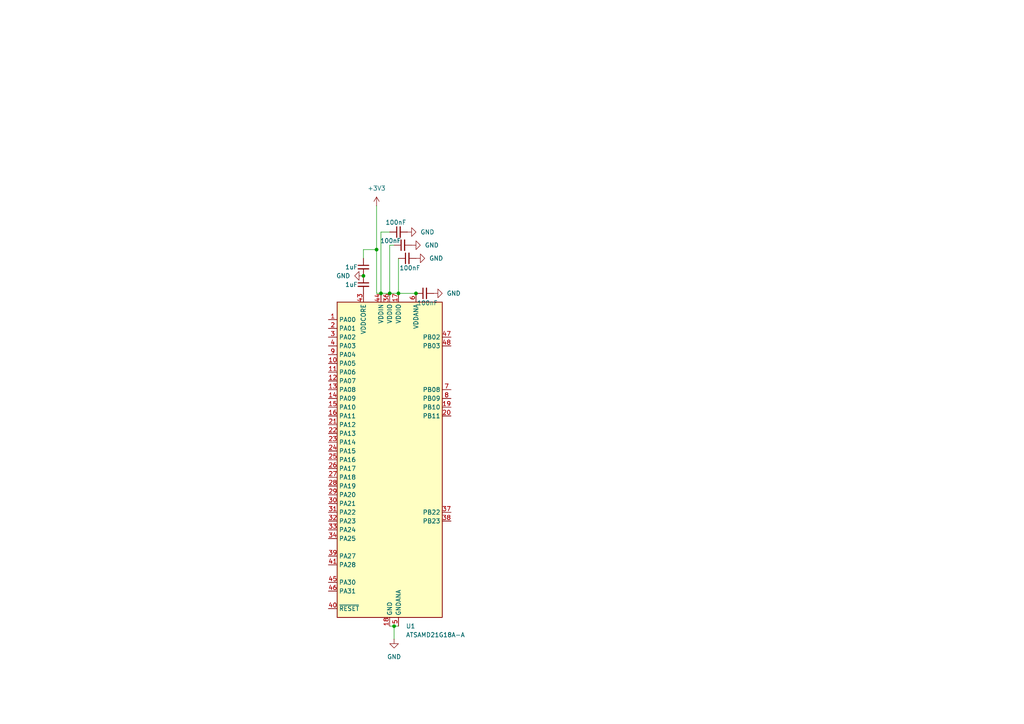
<source format=kicad_sch>
(kicad_sch (version 20250114) (generator "eeschema") (generator_version "9.0")
  (paper "A4")
  (title_block (date "2025-12-23") (rev "v1") (company "NeoDrone") (comment 1 "Made by Dulat Sarbassov") (comment 2 "dulatello08"))
  (lib_symbols
    (symbol "Device:C_Small" (pin_numbers (hide yes)) (pin_names (offset 0.254) (hide yes))
      (property "Reference" "C" (at 0.254 1.778 0))
      (property "Value" "C_Small" (at 0.254 -2.032 0))
      (symbol "C_Small_0_1"
        (polyline (pts (xy -1.524 0.508) (xy 1.524 0.508)) (stroke (width 0.3048)))
        (polyline (pts (xy -1.524 -0.508) (xy 1.524 -0.508)) (stroke (width 0.3302)))
      )
      (symbol "C_Small_1_1"
        (pin passive line (at 0 2.54 270) (length 2.032) (name "~") (number "1"))
        (pin passive line (at 0 -2.54 90) (length 2.032) (name "~") (number "2"))
      )
    )
    (symbol "MCU_Microchip_SAMD:ATSAMD21G18A-A"
      (property "Reference" "U" (at -13.97 46.99 0))
      (property "Value" "ATSAMD21G18A-A" (at 16.51 46.99 0))
      (symbol "ATSAMD21G18A-A_0_1"
        (rectangle (start -15.24 45.72) (end 15.24 -45.72) (stroke (width 0.254)) (fill (type background)))
      )
      (symbol "ATSAMD21G18A-A_1_1"
        (pin bidirectional line (at -17.78 40.64 0) (length 2.54) (name "PA00") (number "1"))
        (pin bidirectional line (at -17.78 38.1 0) (length 2.54) (name "PA01") (number "2"))
        (pin bidirectional line (at -17.78 35.56 0) (length 2.54) (name "PA02") (number "3"))
        (pin bidirectional line (at -17.78 33.02 0) (length 2.54) (name "PA03") (number "4"))
        (pin bidirectional line (at -17.78 30.48 0) (length 2.54) (name "PA04") (number "9"))
        (pin bidirectional line (at -17.78 27.94 0) (length 2.54) (name "PA05") (number "10"))
        (pin bidirectional line (at -17.78 25.4 0) (length 2.54) (name "PA06") (number "11"))
        (pin bidirectional line (at -17.78 22.86 0) (length 2.54) (name "PA07") (number "12"))
        (pin bidirectional line (at -17.78 20.32 0) (length 2.54) (name "PA08") (number "13"))
        (pin bidirectional line (at -17.78 17.78 0) (length 2.54) (name "PA09") (number "14"))
        (pin bidirectional line (at -17.78 15.24 0) (length 2.54) (name "PA10") (number "15"))
        (pin bidirectional line (at -17.78 12.7 0) (length 2.54) (name "PA11") (number "16"))
        (pin bidirectional line (at -17.78 10.16 0) (length 2.54) (name "PA12") (number "21"))
        (pin bidirectional line (at -17.78 7.62 0) (length 2.54) (name "PA13") (number "22"))
        (pin bidirectional line (at -17.78 5.08 0) (length 2.54) (name "PA14") (number "23"))
        (pin bidirectional line (at -17.78 2.54 0) (length 2.54) (name "PA15") (number "24"))
        (pin bidirectional line (at -17.78 0 0) (length 2.54) (name "PA16") (number "25"))
        (pin bidirectional line (at -17.78 -2.54 0) (length 2.54) (name "PA17") (number "26"))
        (pin bidirectional line (at -17.78 -5.08 0) (length 2.54) (name "PA18") (number "27"))
        (pin bidirectional line (at -17.78 -7.62 0) (length 2.54) (name "PA19") (number "28"))
        (pin bidirectional line (at -17.78 -10.16 0) (length 2.54) (name "PA20") (number "29"))
        (pin bidirectional line (at -17.78 -12.7 0) (length 2.54) (name "PA21") (number "30"))
        (pin bidirectional line (at -17.78 -15.24 0) (length 2.54) (name "PA22") (number "31"))
        (pin bidirectional line (at -17.78 -17.78 0) (length 2.54) (name "PA23") (number "32"))
        (pin bidirectional line (at -17.78 -20.32 0) (length 2.54) (name "PA24") (number "33"))
        (pin bidirectional line (at -17.78 -22.86 0) (length 2.54) (name "PA25") (number "34"))
        (pin bidirectional line (at -17.78 -27.94 0) (length 2.54) (name "PA27") (number "39"))
        (pin bidirectional line (at -17.78 -30.48 0) (length 2.54) (name "PA28") (number "41"))
        (pin bidirectional line (at -17.78 -35.56 0) (length 2.54) (name "PA30") (number "45"))
        (pin bidirectional line (at -17.78 -38.1 0) (length 2.54) (name "PA31") (number "46"))
        (pin input line (at -17.78 -43.18 0) (length 2.54) (name "~{RESET}") (number "40"))
        (pin power_out line (at -7.62 48.26 270) (length 2.54) (name "VDDCORE") (number "43"))
        (pin power_in line (at -2.54 48.26 270) (length 2.54) (name "VDDIN") (number "44"))
        (pin power_in line (at 0 48.26 270) (length 2.54) (name "VDDIO") (number "36"))
        (pin power_in line (at 0 -48.26 90) (length 2.54) (name "GND") (number "18"))
        (pin passive line (at 0 -48.26 90) (length 2.54) (hide yes) (name "GND") (number "35"))
        (pin passive line (at 0 -48.26 90) (length 2.54) (hide yes) (name "GND") (number "42"))
        (pin power_in line (at 2.54 48.26 270) (length 2.54) (name "VDDIO") (number "17"))
        (pin power_in line (at 2.54 -48.26 90) (length 2.54) (name "GNDANA") (number "5"))
        (pin power_in line (at 7.62 48.26 270) (length 2.54) (name "VDDANA") (number "6"))
        (pin bidirectional line (at 17.78 35.56 180) (length 2.54) (name "PB02") (number "47"))
        (pin bidirectional line (at 17.78 33.02 180) (length 2.54) (name "PB03") (number "48"))
        (pin bidirectional line (at 17.78 20.32 180) (length 2.54) (name "PB08") (number "7"))
        (pin bidirectional line (at 17.78 17.78 180) (length 2.54) (name "PB09") (number "8"))
        (pin bidirectional line (at 17.78 15.24 180) (length 2.54) (name "PB10") (number "19"))
        (pin bidirectional line (at 17.78 12.7 180) (length 2.54) (name "PB11") (number "20"))
        (pin bidirectional line (at 17.78 -15.24 180) (length 2.54) (name "PB22") (number "37"))
        (pin bidirectional line (at 17.78 -17.78 180) (length 2.54) (name "PB23") (number "38"))
      )
    )
    (symbol "power:+3V3" (power) (pin_numbers (hide yes)) (pin_names (offset 0) (hide yes))
      (property "Value" "+3V3" (at 0 3.556 0))
      (symbol "+3V3_0_1"
        (polyline (pts (xy -0.762 1.27) (xy 0 2.54)))
        (polyline (pts (xy 0 2.54) (xy 0.762 1.27)))
        (polyline (pts (xy 0 0) (xy 0 2.54)))
      )
      (symbol "+3V3_1_1"
        (pin power_in line (at 0 0 90) (length 0) (name "~") (number "1"))
      )
    )
    (symbol "power:GND" (power) (pin_numbers (hide yes)) (pin_names (offset 0) (hide yes))
      (property "Value" "GND" (at 0 -3.81 0))
      (symbol "GND_0_1"
        (polyline (pts (xy 0 0) (xy 0 -1.27) (xy 1.27 -1.27) (xy 0 -2.54) (xy -1.27 -1.27) (xy 0 -1.27)))
      )
      (symbol "GND_1_1"
        (pin power_in line (at 0 0 270) (length 0) (name "~") (number "1"))
      )
    )
  )
  (junction (at 110.49 85.09))
  (junction (at 115.57 85.09))
  (junction (at 109.22 72.39))
  (junction (at 113.03 85.09))
  (junction (at 120.65 85.09))
  (junction (at 114.3 181.61))
  (junction (at 105.41 80.01))
  (wire (pts (xy 115.57 181.61) (xy 114.3 181.61)))
  (wire (pts (xy 110.49 85.09) (xy 110.49 67.31)))
  (wire (pts (xy 109.22 59.69) (xy 109.22 72.39)))
  (wire (pts (xy 113.03 85.09) (xy 115.57 85.09)))
  (wire (pts (xy 114.3 185.42) (xy 114.3 181.61)))
  (wire (pts (xy 115.57 74.93) (xy 115.57 85.09)))
  (wire (pts (xy 110.49 67.31) (xy 113.03 67.31)))
  (wire (pts (xy 105.41 72.39) (xy 105.41 74.93)))
  (wire (pts (xy 109.22 72.39) (xy 105.41 72.39)))
  (wire (pts (xy 109.22 72.39) (xy 109.22 85.09)))
  (wire (pts (xy 113.03 181.61) (xy 114.3 181.61)))
  (wire (pts (xy 109.22 85.09) (xy 110.49 85.09)))
  (wire (pts (xy 113.03 71.12) (xy 114.3 71.12)))
  (wire (pts (xy 110.49 85.09) (xy 113.03 85.09)))
  (wire (pts (xy 113.03 85.09) (xy 113.03 71.12)))
  (wire (pts (xy 115.57 85.09) (xy 120.65 85.09)))
  (symbol (lib_id "power:GND") (at 120.65 74.93 90) (unit 1)
    (property "Reference" "#PWR06" (effects (hide yes)))
    (property "Value" "GND" (at 124.46 74.9299 90) (effects (justify right)))
    (property "Description" "Power symbol creates a global label with name \"GND\" , ground" (effects (hide yes)))
  )
  (symbol (lib_id "power:GND") (at 114.3 185.42 0) (unit 1)
    (property "Reference" "#PWR02" (effects (hide yes)))
    (property "Value" "GND" (at 114.3 190.5 0))
    (property "Description" "Power symbol creates a global label with name \"GND\" , ground" (effects (hide yes)))
  )
  (symbol (lib_id "MCU_Microchip_SAMD:ATSAMD21G18A-A") (at 113.03 133.35 0) (unit 1)
    (property "Reference" "U1" (at 117.7133 181.61 0) (effects (justify left)))
    (property "Value" "ATSAMD21G18A-A" (at 117.7133 184.15 0) (effects (justify left)))
    (property "Footprint" "Package_QFP:TQFP-48_7x7mm_P0.5mm" (effects (hide yes)))
    (property "Datasheet" "http://ww1.microchip.com/downloads/en/DeviceDoc/SAM_D21_DA1_Family_Data%20Sheet_DS40001882E.pdf" (effects (hide yes)))
    (property "Description" "SAM D21 Microchip SMART ARM-based Flash MCU, 48Mhz, 256K Flash, 32K SRAM, TQFP-48" (effects (hide yes)))
  )
  (symbol (lib_id "power:GND") (at 105.41 80.01 270) (unit 1)
    (property "Reference" "#PWR03" (effects (hide yes)))
    (property "Value" "GND" (at 101.6 80.0099 90) (effects (justify right)))
    (property "Description" "Power symbol creates a global label with name \"GND\" , ground" (effects (hide yes)))
  )
  (symbol (lib_id "power:GND") (at 118.11 67.31 90) (unit 1)
    (property "Reference" "#PWR04" (effects (hide yes)))
    (property "Value" "GND" (at 121.92 67.3099 90) (effects (justify right)))
    (property "Description" "Power symbol creates a global label with name \"GND\" , ground" (effects (hide yes)))
  )
  (symbol (lib_id "power:GND") (at 125.73 85.09 90) (unit 1)
    (property "Reference" "#PWR07" (effects (hide yes)))
    (property "Value" "GND" (at 129.54 85.0899 90) (effects (justify right)))
    (property "Description" "Power symbol creates a global label with name \"GND\" , ground" (effects (hide yes)))
  )
  (symbol (lib_id "Device:C_Small") (at 105.41 82.55 0) (unit 1)
    (property "Reference" "C1" (effects (hide yes)))
    (property "Value" "1uF" (at 100.076 82.55 0) (effects (justify left)))
    (property "Footprint" "Capacitor_SMD:C_0603_1608Metric_Pad1.08x0.95mm_HandSolder" (effects (hide yes)))
    (property "Description" "Unpolarized capacitor, small symbol" (effects (hide yes)))
  )
  (symbol (lib_id "Device:C_Small") (at 116.84 71.12 90) (unit 1)
    (property "Reference" "C2" (effects (hide yes)))
    (property "Value" "100nF" (at 116.332 69.85 90) (effects (justify left)))
    (property "Footprint" "Capacitor_SMD:C_0603_1608Metric_Pad1.08x0.95mm_HandSolder" (effects (hide yes)))
    (property "Description" "Unpolarized capacitor, small symbol" (effects (hide yes)))
  )
  (symbol (lib_id "power:+3V3") (at 109.22 59.69 0) (unit 1)
    (property "Reference" "#PWR01" (effects (hide yes)))
    (property "Value" "+3V3" (at 109.22 54.61 0))
    (property "Description" "Power symbol creates a global label with name \"+3V3\"" (effects (hide yes)))
  )
  (symbol (lib_id "Device:C_Small") (at 105.41 77.47 0) (unit 1)
    (property "Reference" "C6" (effects (hide yes)))
    (property "Value" "1uF" (at 100.076 77.47 0) (effects (justify left)))
    (property "Footprint" "Capacitor_SMD:C_0603_1608Metric_Pad1.08x0.95mm_HandSolder" (effects (hide yes)))
    (property "Description" "Unpolarized capacitor, small symbol" (effects (hide yes)))
  )
  (symbol (lib_id "power:GND") (at 119.38 71.12 90) (unit 1)
    (property "Reference" "#PWR05" (effects (hide yes)))
    (property "Value" "GND" (at 123.19 71.1199 90) (effects (justify right)))
    (property "Description" "Power symbol creates a global label with name \"GND\" , ground" (effects (hide yes)))
  )
  (symbol (lib_id "Device:C_Small") (at 118.11 74.93 90) (unit 1)
    (property "Reference" "C4" (effects (hide yes)))
    (property "Value" "100nF" (at 121.92 77.724 90) (effects (justify left)))
    (property "Footprint" "Capacitor_SMD:C_0603_1608Metric_Pad1.08x0.95mm_HandSolder" (effects (hide yes)))
    (property "Description" "Unpolarized capacitor, small symbol" (effects (hide yes)))
  )
  (symbol (lib_id "Device:C_Small") (at 115.57 67.31 90) (unit 1)
    (property "Reference" "C3" (effects (hide yes)))
    (property "Value" "100nF" (at 117.856 64.516 90) (effects (justify left)))
    (property "Footprint" "Capacitor_SMD:C_0603_1608Metric_Pad1.08x0.95mm_HandSolder" (effects (hide yes)))
    (property "Description" "Unpolarized capacitor, small symbol" (effects (hide yes)))
  )
  (symbol (lib_id "Device:C_Small") (at 123.19 85.09 90) (unit 1)
    (property "Reference" "C5" (effects (hide yes)))
    (property "Value" "100nF" (at 127 87.884 90) (effects (justify left)))
    (property "Footprint" "Capacitor_SMD:C_0603_1608Metric_Pad1.08x0.95mm_HandSolder" (effects (hide yes)))
    (property "Description" "Unpolarized capacitor, small symbol" (effects (hide yes)))
  )
)
</source>
